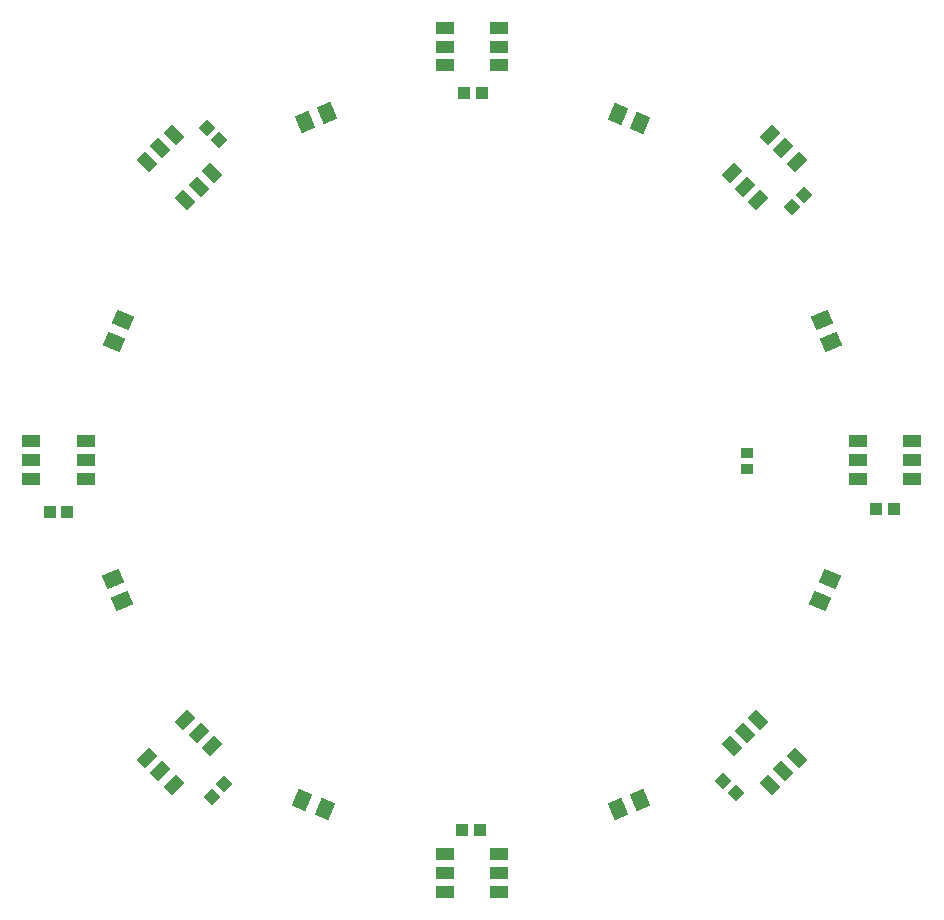
<source format=gtp>
G04 Layer_Color=7318015*
%FSLAX24Y24*%
%MOIN*%
G70*
G01*
G75*
G04:AMPARAMS|DCode=11|XSize=59.1mil|YSize=39.4mil|CornerRadius=0mil|HoleSize=0mil|Usage=FLASHONLY|Rotation=315.000|XOffset=0mil|YOffset=0mil|HoleType=Round|Shape=Rectangle|*
%AMROTATEDRECTD11*
4,1,4,-0.0348,0.0070,-0.0070,0.0348,0.0348,-0.0070,0.0070,-0.0348,-0.0348,0.0070,0.0*
%
%ADD11ROTATEDRECTD11*%

G04:AMPARAMS|DCode=12|XSize=59.1mil|YSize=39.4mil|CornerRadius=0mil|HoleSize=0mil|Usage=FLASHONLY|Rotation=45.000|XOffset=0mil|YOffset=0mil|HoleType=Round|Shape=Rectangle|*
%AMROTATEDRECTD12*
4,1,4,-0.0070,-0.0348,-0.0348,-0.0070,0.0070,0.0348,0.0348,0.0070,-0.0070,-0.0348,0.0*
%
%ADD12ROTATEDRECTD12*%

%ADD13R,0.0591X0.0394*%
G04:AMPARAMS|DCode=14|XSize=61mil|YSize=49.2mil|CornerRadius=0mil|HoleSize=0mil|Usage=FLASHONLY|Rotation=67.500|XOffset=0mil|YOffset=0mil|HoleType=Round|Shape=Rectangle|*
%AMROTATEDRECTD14*
4,1,4,0.0111,-0.0376,-0.0344,-0.0188,-0.0111,0.0376,0.0344,0.0188,0.0111,-0.0376,0.0*
%
%ADD14ROTATEDRECTD14*%

G04:AMPARAMS|DCode=15|XSize=61mil|YSize=49.2mil|CornerRadius=0mil|HoleSize=0mil|Usage=FLASHONLY|Rotation=22.500|XOffset=0mil|YOffset=0mil|HoleType=Round|Shape=Rectangle|*
%AMROTATEDRECTD15*
4,1,4,-0.0188,-0.0344,-0.0376,0.0111,0.0188,0.0344,0.0376,-0.0111,-0.0188,-0.0344,0.0*
%
%ADD15ROTATEDRECTD15*%

G04:AMPARAMS|DCode=16|XSize=61mil|YSize=49.2mil|CornerRadius=0mil|HoleSize=0mil|Usage=FLASHONLY|Rotation=292.500|XOffset=0mil|YOffset=0mil|HoleType=Round|Shape=Rectangle|*
%AMROTATEDRECTD16*
4,1,4,-0.0344,0.0188,0.0111,0.0376,0.0344,-0.0188,-0.0111,-0.0376,-0.0344,0.0188,0.0*
%
%ADD16ROTATEDRECTD16*%

G04:AMPARAMS|DCode=17|XSize=61mil|YSize=49.2mil|CornerRadius=0mil|HoleSize=0mil|Usage=FLASHONLY|Rotation=337.500|XOffset=0mil|YOffset=0mil|HoleType=Round|Shape=Rectangle|*
%AMROTATEDRECTD17*
4,1,4,-0.0376,-0.0111,-0.0188,0.0344,0.0376,0.0111,0.0188,-0.0344,-0.0376,-0.0111,0.0*
%
%ADD17ROTATEDRECTD17*%

%ADD18R,0.0413X0.0354*%
%ADD19R,0.0413X0.0394*%
G04:AMPARAMS|DCode=20|XSize=39.4mil|YSize=41.3mil|CornerRadius=0mil|HoleSize=0mil|Usage=FLASHONLY|Rotation=135.000|XOffset=0mil|YOffset=0mil|HoleType=Round|Shape=Rectangle|*
%AMROTATEDRECTD20*
4,1,4,0.0285,0.0007,-0.0007,-0.0285,-0.0285,-0.0007,0.0007,0.0285,0.0285,0.0007,0.0*
%
%ADD20ROTATEDRECTD20*%

G04:AMPARAMS|DCode=21|XSize=39.4mil|YSize=41.3mil|CornerRadius=0mil|HoleSize=0mil|Usage=FLASHONLY|Rotation=45.000|XOffset=0mil|YOffset=0mil|HoleType=Round|Shape=Rectangle|*
%AMROTATEDRECTD21*
4,1,4,0.0007,-0.0285,-0.0285,0.0007,-0.0007,0.0285,0.0285,-0.0007,0.0007,-0.0285,0.0*
%
%ADD21ROTATEDRECTD21*%

D11*
X19979Y38185D02*
D03*
X20424Y38631D02*
D03*
X20870Y39076D02*
D03*
X19589Y40357D02*
D03*
X19144Y39911D02*
D03*
X18698Y39466D02*
D03*
X39466Y18698D02*
D03*
X39911Y19144D02*
D03*
X40357Y19589D02*
D03*
X39076Y20870D02*
D03*
X38631Y20424D02*
D03*
X38185Y19979D02*
D03*
D12*
X40357Y39466D02*
D03*
X39911Y39911D02*
D03*
X39466Y40357D02*
D03*
X38185Y39076D02*
D03*
X38631Y38631D02*
D03*
X39076Y38185D02*
D03*
X20870Y19979D02*
D03*
X20424Y20424D02*
D03*
X19979Y20870D02*
D03*
X18698Y19589D02*
D03*
X19144Y19144D02*
D03*
X19589Y18698D02*
D03*
D13*
X44213Y28898D02*
D03*
Y29528D02*
D03*
Y30157D02*
D03*
X42402D02*
D03*
Y29528D02*
D03*
Y28898D02*
D03*
X16654D02*
D03*
Y29528D02*
D03*
Y30157D02*
D03*
X14843D02*
D03*
Y29528D02*
D03*
Y28898D02*
D03*
X30433Y15118D02*
D03*
Y15748D02*
D03*
Y16378D02*
D03*
X28622D02*
D03*
Y15748D02*
D03*
Y15118D02*
D03*
X30433Y42677D02*
D03*
Y43307D02*
D03*
Y43937D02*
D03*
X28622D02*
D03*
Y43307D02*
D03*
Y42677D02*
D03*
D14*
X24625Y17877D02*
D03*
X23879Y18186D02*
D03*
X34391Y41060D02*
D03*
X35137Y40751D02*
D03*
D15*
X17871Y24824D02*
D03*
X17562Y25570D02*
D03*
X41184Y34192D02*
D03*
X41493Y33446D02*
D03*
D16*
X34391Y17877D02*
D03*
X35137Y18186D02*
D03*
X24704Y41099D02*
D03*
X23958Y40790D02*
D03*
D17*
X41145Y24824D02*
D03*
X41454Y25570D02*
D03*
X17910Y34192D02*
D03*
X17601Y33446D02*
D03*
D18*
X38701Y29222D02*
D03*
Y29754D02*
D03*
D19*
X15453Y27795D02*
D03*
X16043D02*
D03*
X29193Y17205D02*
D03*
X29783D02*
D03*
X43012Y27874D02*
D03*
X43602D02*
D03*
X29272Y41772D02*
D03*
X29862D02*
D03*
D20*
X20854Y18295D02*
D03*
X21272Y18713D02*
D03*
X40185Y37941D02*
D03*
X40602Y38358D02*
D03*
D21*
X37901Y18831D02*
D03*
X38319Y18413D02*
D03*
X20697Y40602D02*
D03*
X21114Y40185D02*
D03*
M02*

</source>
